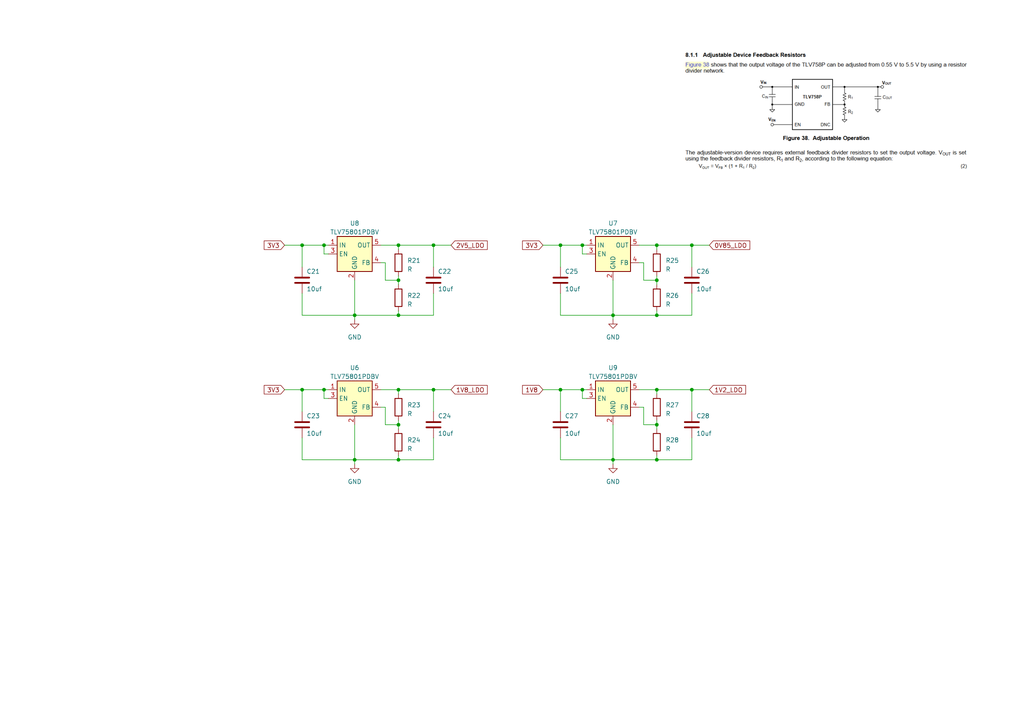
<source format=kicad_sch>
(kicad_sch (version 20230121) (generator eeschema)
  (paper "A4")
  (lib_symbols
    (symbol "Device:C" (pin_numbers hide) (pin_names (offset 0.254))
      (property "Reference" "C" (at 0.635 2.54 0))
      (property "Value" "C" (at 0.635 -2.54 0))
      (symbol "C_0_1"
        (polyline (pts (xy -2.032 -0.762) (xy 2.032 -0.762)) (stroke (width 0.508)))
        (polyline (pts (xy -2.032 0.762) (xy 2.032 0.762)) (stroke (width 0.508)))
      )
      (symbol "C_1_1"
        (pin passive line (at 0 3.81 270) (length 2.794) (name "~") (number "1"))
        (pin passive line (at 0 -3.81 90) (length 2.794) (name "~") (number "2"))
      )
    )
    (symbol "Device:R" (pin_numbers hide) (pin_names (offset 0))
      (property "Reference" "R" (at 2.032 0 90))
      (property "Value" "R" (at 0 0 90))
      (symbol "R_0_1"
        (rectangle (start -1.016 -2.54) (end 1.016 2.54) (stroke (width 0.254)))
      )
      (symbol "R_1_1"
        (pin passive line (at 0 3.81 270) (length 1.27) (name "~") (number "1"))
        (pin passive line (at 0 -3.81 90) (length 1.27) (name "~") (number "2"))
      )
    )
    (symbol "Regulator_Linear:TLV75801PDBV"
      (property "Reference" "U" (at -3.81 6.35 0))
      (property "Value" "TLV75801PDBV" (at 0 6.35 0))
      (symbol "TLV75801PDBV_0_1"
        (rectangle (start 5.08 -5.08) (end -5.08 5.08) (stroke (width 0.254)) (fill (type background)))
      )
      (symbol "TLV75801PDBV_1_1"
        (pin power_in line (at -7.62 2.54 0) (length 2.54) (name "IN") (number "1"))
        (pin power_in line (at 0 -7.62 90) (length 2.54) (name "GND") (number "2"))
        (pin input line (at -7.62 0 0) (length 2.54) (name "EN") (number "3"))
        (pin input line (at 7.62 -2.54 180) (length 2.54) (name "FB") (number "4"))
        (pin power_out line (at 7.62 2.54 180) (length 2.54) (name "OUT") (number "5"))
      )
    )
    (symbol "power:GND" (power) (pin_names (offset 0))
      (property "Value" "GND" (at 0 -3.81 0))
      (symbol "GND_0_1"
        (polyline (pts (xy 0 0) (xy 0 -1.27) (xy 1.27 -1.27) (xy 0 -2.54) (xy -1.27 -1.27) (xy 0 -1.27)))
      )
      (symbol "GND_1_1"
        (pin power_in line (at 0 0 270) (length 0) hide (name "GND") (number "1"))
      )
    )
  )
  (junction (at 93.98 71.12))
  (junction (at 177.8 91.44))
  (junction (at 168.91 113.03))
  (junction (at 168.91 71.12))
  (junction (at 93.98 113.03))
  (junction (at 125.73 113.03))
  (junction (at 87.63 71.12))
  (junction (at 115.57 113.03))
  (junction (at 190.5 71.12))
  (junction (at 190.5 113.03))
  (junction (at 177.8 133.35))
  (junction (at 115.57 71.12))
  (junction (at 102.87 91.44))
  (junction (at 115.57 91.44))
  (junction (at 115.57 81.28))
  (junction (at 190.5 91.44))
  (junction (at 162.56 113.03))
  (junction (at 190.5 81.28))
  (junction (at 115.57 123.19))
  (junction (at 190.5 133.35))
  (junction (at 200.66 71.12))
  (junction (at 87.63 113.03))
  (junction (at 102.87 133.35))
  (junction (at 200.66 113.03))
  (junction (at 162.56 71.12))
  (junction (at 190.5 123.19))
  (junction (at 115.57 133.35))
  (junction (at 125.73 71.12))
  (wire (pts (xy 87.63 133.35) (xy 102.87 133.35)))
  (wire (pts (xy 95.25 73.66) (xy 93.98 73.66)))
  (wire (pts (xy 82.55 113.03) (xy 87.63 113.03)))
  (wire (pts (xy 185.42 76.2) (xy 186.69 76.2)))
  (wire (pts (xy 177.8 91.44) (xy 177.8 92.71)))
  (wire (pts (xy 162.56 113.03) (xy 162.56 119.38)))
  (wire (pts (xy 190.5 71.12) (xy 190.5 72.39)))
  (wire (pts (xy 93.98 115.57) (xy 93.98 113.03)))
  (wire (pts (xy 162.56 133.35) (xy 177.8 133.35)))
  (wire (pts (xy 102.87 91.44) (xy 115.57 91.44)))
  (wire (pts (xy 95.25 115.57) (xy 93.98 115.57)))
  (wire (pts (xy 162.56 127) (xy 162.56 133.35)))
  (wire (pts (xy 102.87 81.28) (xy 102.87 91.44)))
  (wire (pts (xy 177.8 91.44) (xy 190.5 91.44)))
  (wire (pts (xy 93.98 73.66) (xy 93.98 71.12)))
  (wire (pts (xy 87.63 91.44) (xy 102.87 91.44)))
  (wire (pts (xy 177.8 81.28) (xy 177.8 91.44)))
  (wire (pts (xy 190.5 80.01) (xy 190.5 81.28)))
  (wire (pts (xy 115.57 80.01) (xy 115.57 81.28)))
  (wire (pts (xy 102.87 91.44) (xy 102.87 92.71)))
  (wire (pts (xy 111.76 123.19) (xy 115.57 123.19)))
  (wire (pts (xy 102.87 133.35) (xy 115.57 133.35)))
  (wire (pts (xy 110.49 76.2) (xy 111.76 76.2)))
  (wire (pts (xy 157.48 71.12) (xy 162.56 71.12)))
  (wire (pts (xy 200.66 71.12) (xy 190.5 71.12)))
  (wire (pts (xy 115.57 81.28) (xy 115.57 82.55)))
  (wire (pts (xy 125.73 113.03) (xy 130.81 113.03)))
  (wire (pts (xy 125.73 91.44) (xy 115.57 91.44)))
  (wire (pts (xy 200.66 127) (xy 200.66 133.35)))
  (wire (pts (xy 190.5 113.03) (xy 190.5 114.3)))
  (wire (pts (xy 200.66 77.47) (xy 200.66 71.12)))
  (wire (pts (xy 170.18 115.57) (xy 168.91 115.57)))
  (wire (pts (xy 111.76 118.11) (xy 111.76 123.19)))
  (wire (pts (xy 87.63 113.03) (xy 87.63 119.38)))
  (wire (pts (xy 168.91 113.03) (xy 162.56 113.03)))
  (wire (pts (xy 177.8 133.35) (xy 190.5 133.35)))
  (wire (pts (xy 186.69 76.2) (xy 186.69 81.28)))
  (wire (pts (xy 87.63 85.09) (xy 87.63 91.44)))
  (wire (pts (xy 190.5 91.44) (xy 190.5 90.17)))
  (wire (pts (xy 125.73 133.35) (xy 115.57 133.35)))
  (wire (pts (xy 190.5 133.35) (xy 190.5 132.08)))
  (wire (pts (xy 186.69 123.19) (xy 190.5 123.19)))
  (wire (pts (xy 168.91 115.57) (xy 168.91 113.03)))
  (wire (pts (xy 82.55 71.12) (xy 87.63 71.12)))
  (wire (pts (xy 115.57 71.12) (xy 115.57 72.39)))
  (wire (pts (xy 110.49 113.03) (xy 115.57 113.03)))
  (wire (pts (xy 93.98 71.12) (xy 95.25 71.12)))
  (wire (pts (xy 93.98 113.03) (xy 87.63 113.03)))
  (wire (pts (xy 87.63 127) (xy 87.63 133.35)))
  (wire (pts (xy 87.63 71.12) (xy 87.63 77.47)))
  (wire (pts (xy 200.66 113.03) (xy 205.74 113.03)))
  (wire (pts (xy 125.73 77.47) (xy 125.73 71.12)))
  (wire (pts (xy 125.73 127) (xy 125.73 133.35)))
  (wire (pts (xy 110.49 118.11) (xy 111.76 118.11)))
  (wire (pts (xy 190.5 81.28) (xy 190.5 82.55)))
  (wire (pts (xy 168.91 71.12) (xy 170.18 71.12)))
  (wire (pts (xy 93.98 71.12) (xy 87.63 71.12)))
  (wire (pts (xy 115.57 123.19) (xy 115.57 124.46)))
  (wire (pts (xy 115.57 113.03) (xy 115.57 114.3)))
  (wire (pts (xy 200.66 71.12) (xy 205.74 71.12)))
  (wire (pts (xy 162.56 91.44) (xy 177.8 91.44)))
  (wire (pts (xy 168.91 71.12) (xy 162.56 71.12)))
  (wire (pts (xy 200.66 85.09) (xy 200.66 91.44)))
  (wire (pts (xy 110.49 71.12) (xy 115.57 71.12)))
  (wire (pts (xy 170.18 73.66) (xy 168.91 73.66)))
  (wire (pts (xy 190.5 123.19) (xy 190.5 124.46)))
  (wire (pts (xy 115.57 121.92) (xy 115.57 123.19)))
  (wire (pts (xy 125.73 71.12) (xy 130.81 71.12)))
  (wire (pts (xy 125.73 119.38) (xy 125.73 113.03)))
  (wire (pts (xy 177.8 123.19) (xy 177.8 133.35)))
  (wire (pts (xy 115.57 133.35) (xy 115.57 132.08)))
  (wire (pts (xy 115.57 91.44) (xy 115.57 90.17)))
  (wire (pts (xy 102.87 123.19) (xy 102.87 133.35)))
  (wire (pts (xy 177.8 133.35) (xy 177.8 134.62)))
  (wire (pts (xy 157.48 113.03) (xy 162.56 113.03)))
  (wire (pts (xy 168.91 113.03) (xy 170.18 113.03)))
  (wire (pts (xy 125.73 85.09) (xy 125.73 91.44)))
  (wire (pts (xy 185.42 113.03) (xy 190.5 113.03)))
  (wire (pts (xy 162.56 71.12) (xy 162.56 77.47)))
  (wire (pts (xy 168.91 73.66) (xy 168.91 71.12)))
  (wire (pts (xy 162.56 85.09) (xy 162.56 91.44)))
  (wire (pts (xy 185.42 118.11) (xy 186.69 118.11)))
  (wire (pts (xy 93.98 113.03) (xy 95.25 113.03)))
  (wire (pts (xy 111.76 81.28) (xy 115.57 81.28)))
  (wire (pts (xy 186.69 118.11) (xy 186.69 123.19)))
  (wire (pts (xy 200.66 91.44) (xy 190.5 91.44)))
  (wire (pts (xy 190.5 121.92) (xy 190.5 123.19)))
  (wire (pts (xy 200.66 113.03) (xy 190.5 113.03)))
  (wire (pts (xy 185.42 71.12) (xy 190.5 71.12)))
  (wire (pts (xy 186.69 81.28) (xy 190.5 81.28)))
  (wire (pts (xy 111.76 76.2) (xy 111.76 81.28)))
  (wire (pts (xy 200.66 133.35) (xy 190.5 133.35)))
  (wire (pts (xy 102.87 133.35) (xy 102.87 134.62)))
  (wire (pts (xy 125.73 71.12) (xy 115.57 71.12)))
  (wire (pts (xy 125.73 113.03) (xy 115.57 113.03)))
  (wire (pts (xy 200.66 119.38) (xy 200.66 113.03)))
  (image (at 240.03 31.75) (scale 1.14852))
  (global_label "1V8_LDO" (shape input) (at 130.81 113.03 0) (property "Intersheetrefs" "${INTERSHEET_REFS}" (effects hide)))
  (global_label "0V85_LDO" (shape input) (at 205.74 71.12 0) (property "Intersheetrefs" "${INTERSHEET_REFS}" (effects hide)))
  (global_label "1V8" (shape input) (at 157.48 113.03 180) (property "Intersheetrefs" "${INTERSHEET_REFS}" (effects hide)))
  (global_label "3V3" (shape input) (at 82.55 113.03 180) (property "Intersheetrefs" "${INTERSHEET_REFS}" (effects hide)))
  (global_label "2V5_LDO" (shape input) (at 130.81 71.12 0) (property "Intersheetrefs" "${INTERSHEET_REFS}" (effects hide)))
  (global_label "1V2_LDO" (shape input) (at 205.74 113.03 0) (property "Intersheetrefs" "${INTERSHEET_REFS}" (effects hide)))
  (global_label "3V3" (shape input) (at 82.55 71.12 180) (property "Intersheetrefs" "${INTERSHEET_REFS}" (effects hide)))
  (global_label "3V3" (shape input) (at 157.48 71.12 180) (property "Intersheetrefs" "${INTERSHEET_REFS}" (effects hide)))
  (symbol (lib_id "power:GND") (at 177.8 134.62 0) (unit 1)
    (property "Reference" "#PWR039" (effects hide))
    (property "Value" "GND" (at 177.8 139.7 0))
  )
  (symbol (lib_id "Device:R") (at 115.57 128.27 0) (unit 1)
    (property "Reference" "R24" (at 118.11 127.635 0) (effects (justify left)))
    (property "Value" "R" (at 118.11 130.175 0) (effects (justify left)))
    (property "Footprint" "Resistor_SMD:R_0603_1608Metric_Pad0.98x0.95mm_HandSolder" (effects hide))
  )
  (symbol (lib_id "Device:C") (at 125.73 81.28 0) (unit 1)
    (property "Reference" "C22" (at 127 78.74 0) (effects (justify left)))
    (property "Value" "10uf" (at 127 83.82 0) (effects (justify left)))
    (property "Footprint" "Capacitor_SMD:C_0603_1608Metric_Pad1.08x0.95mm_HandSolder" (effects hide))
  )
  (symbol (lib_id "Device:C") (at 200.66 81.28 0) (unit 1)
    (property "Reference" "C26" (at 201.93 78.74 0) (effects (justify left)))
    (property "Value" "10uf" (at 201.93 83.82 0) (effects (justify left)))
    (property "Footprint" "Capacitor_SMD:C_0603_1608Metric_Pad1.08x0.95mm_HandSolder" (effects hide))
  )
  (symbol (lib_id "Device:C") (at 162.56 81.28 0) (unit 1)
    (property "Reference" "C25" (at 163.83 78.74 0) (effects (justify left)))
    (property "Value" "10uf" (at 163.83 83.82 0) (effects (justify left)))
    (property "Footprint" "Capacitor_SMD:C_0603_1608Metric_Pad1.08x0.95mm_HandSolder" (effects hide))
  )
  (symbol (lib_id "Device:R") (at 190.5 76.2 0) (unit 1)
    (property "Reference" "R25" (at 193.04 75.565 0) (effects (justify left)))
    (property "Value" "R" (at 193.04 78.105 0) (effects (justify left)))
    (property "Footprint" "Resistor_SMD:R_0603_1608Metric_Pad0.98x0.95mm_HandSolder" (effects hide))
  )
  (symbol (lib_id "Device:R") (at 115.57 118.11 0) (unit 1)
    (property "Reference" "R23" (at 118.11 117.475 0) (effects (justify left)))
    (property "Value" "R" (at 118.11 120.015 0) (effects (justify left)))
    (property "Footprint" "Resistor_SMD:R_0603_1608Metric_Pad0.98x0.95mm_HandSolder" (effects hide))
  )
  (symbol (lib_id "Device:R") (at 190.5 118.11 0) (unit 1)
    (property "Reference" "R27" (at 193.04 117.475 0) (effects (justify left)))
    (property "Value" "R" (at 193.04 120.015 0) (effects (justify left)))
    (property "Footprint" "Resistor_SMD:R_0603_1608Metric_Pad0.98x0.95mm_HandSolder" (effects hide))
  )
  (symbol (lib_id "Device:C") (at 200.66 123.19 0) (unit 1)
    (property "Reference" "C28" (at 201.93 120.65 0) (effects (justify left)))
    (property "Value" "10uf" (at 201.93 125.73 0) (effects (justify left)))
    (property "Footprint" "Capacitor_SMD:C_0603_1608Metric_Pad1.08x0.95mm_HandSolder" (effects hide))
  )
  (symbol (lib_id "power:GND") (at 102.87 134.62 0) (unit 1)
    (property "Reference" "#PWR038" (effects hide))
    (property "Value" "GND" (at 102.87 139.7 0))
  )
  (symbol (lib_id "Device:C") (at 87.63 81.28 0) (unit 1)
    (property "Reference" "C21" (at 88.9 78.74 0) (effects (justify left)))
    (property "Value" "10uf" (at 88.9 83.82 0) (effects (justify left)))
    (property "Footprint" "Capacitor_SMD:C_0603_1608Metric_Pad1.08x0.95mm_HandSolder" (effects hide))
  )
  (symbol (lib_id "Device:C") (at 125.73 123.19 0) (unit 1)
    (property "Reference" "C24" (at 127 120.65 0) (effects (justify left)))
    (property "Value" "10uf" (at 127 125.73 0) (effects (justify left)))
    (property "Footprint" "Capacitor_SMD:C_0603_1608Metric_Pad1.08x0.95mm_HandSolder" (effects hide))
  )
  (symbol (lib_id "Regulator_Linear:TLV75801PDBV") (at 102.87 115.57 0) (unit 1)
    (property "Reference" "U6" (at 102.87 106.68 0))
    (property "Value" "TLV75801PDBV" (at 102.87 109.22 0))
    (property "Footprint" "Package_TO_SOT_SMD:SOT-23-5" (effects hide))
    (property "Datasheet" "https://www.ti.com/lit/ds/symlink/tlv758p.pdf" (effects hide))
  )
  (symbol (lib_id "Device:R") (at 115.57 86.36 0) (unit 1)
    (property "Reference" "R22" (at 118.11 85.725 0) (effects (justify left)))
    (property "Value" "R" (at 118.11 88.265 0) (effects (justify left)))
    (property "Footprint" "Resistor_SMD:R_0603_1608Metric_Pad0.98x0.95mm_HandSolder" (effects hide))
  )
  (symbol (lib_id "Regulator_Linear:TLV75801PDBV") (at 177.8 73.66 0) (unit 1)
    (property "Reference" "U7" (at 177.8 64.77 0))
    (property "Value" "TLV75801PDBV" (at 177.8 67.31 0))
    (property "Footprint" "Package_TO_SOT_SMD:SOT-23-5" (effects hide))
    (property "Datasheet" "https://www.ti.com/lit/ds/symlink/tlv758p.pdf" (effects hide))
  )
  (symbol (lib_id "power:GND") (at 177.8 92.71 0) (unit 1)
    (property "Reference" "#PWR036" (effects hide))
    (property "Value" "GND" (at 177.8 97.79 0))
  )
  (symbol (lib_id "Regulator_Linear:TLV75801PDBV") (at 102.87 73.66 0) (unit 1)
    (property "Reference" "U8" (at 102.87 64.77 0))
    (property "Value" "TLV75801PDBV" (at 102.87 67.31 0))
    (property "Footprint" "Package_TO_SOT_SMD:SOT-23-5" (effects hide))
    (property "Datasheet" "https://www.ti.com/lit/ds/symlink/tlv758p.pdf" (effects hide))
  )
  (symbol (lib_id "Device:R") (at 190.5 128.27 0) (unit 1)
    (property "Reference" "R28" (at 193.04 127.635 0) (effects (justify left)))
    (property "Value" "R" (at 193.04 130.175 0) (effects (justify left)))
    (property "Footprint" "Resistor_SMD:R_0603_1608Metric_Pad0.98x0.95mm_HandSolder" (effects hide))
  )
  (symbol (lib_id "Device:C") (at 162.56 123.19 0) (unit 1)
    (property "Reference" "C27" (at 163.83 120.65 0) (effects (justify left)))
    (property "Value" "10uf" (at 163.83 125.73 0) (effects (justify left)))
    (property "Footprint" "Capacitor_SMD:C_0603_1608Metric_Pad1.08x0.95mm_HandSolder" (effects hide))
  )
  (symbol (lib_id "Regulator_Linear:TLV75801PDBV") (at 177.8 115.57 0) (unit 1)
    (property "Reference" "U9" (at 177.8 106.68 0))
    (property "Value" "TLV75801PDBV" (at 177.8 109.22 0))
    (property "Footprint" "Package_TO_SOT_SMD:SOT-23-5" (effects hide))
    (property "Datasheet" "https://www.ti.com/lit/ds/symlink/tlv758p.pdf" (effects hide))
  )
  (symbol (lib_id "Device:R") (at 190.5 86.36 0) (unit 1)
    (property "Reference" "R26" (at 193.04 85.725 0) (effects (justify left)))
    (property "Value" "R" (at 193.04 88.265 0) (effects (justify left)))
    (property "Footprint" "Resistor_SMD:R_0603_1608Metric_Pad0.98x0.95mm_HandSolder" (effects hide))
  )
  (symbol (lib_id "Device:R") (at 115.57 76.2 0) (unit 1)
    (property "Reference" "R21" (at 118.11 75.565 0) (effects (justify left)))
    (property "Value" "R" (at 118.11 78.105 0) (effects (justify left)))
    (property "Footprint" "Resistor_SMD:R_0603_1608Metric_Pad0.98x0.95mm_HandSolder" (effects hide))
  )
  (symbol (lib_id "power:GND") (at 102.87 92.71 0) (unit 1)
    (property "Reference" "#PWR037" (effects hide))
    (property "Value" "GND" (at 102.87 97.79 0))
  )
  (symbol (lib_id "Device:C") (at 87.63 123.19 0) (unit 1)
    (property "Reference" "C23" (at 88.9 120.65 0) (effects (justify left)))
    (property "Value" "10uf" (at 88.9 125.73 0) (effects (justify left)))
    (property "Footprint" "Capacitor_SMD:C_0603_1608Metric_Pad1.08x0.95mm_HandSolder" (effects hide))
  )
)
</source>
